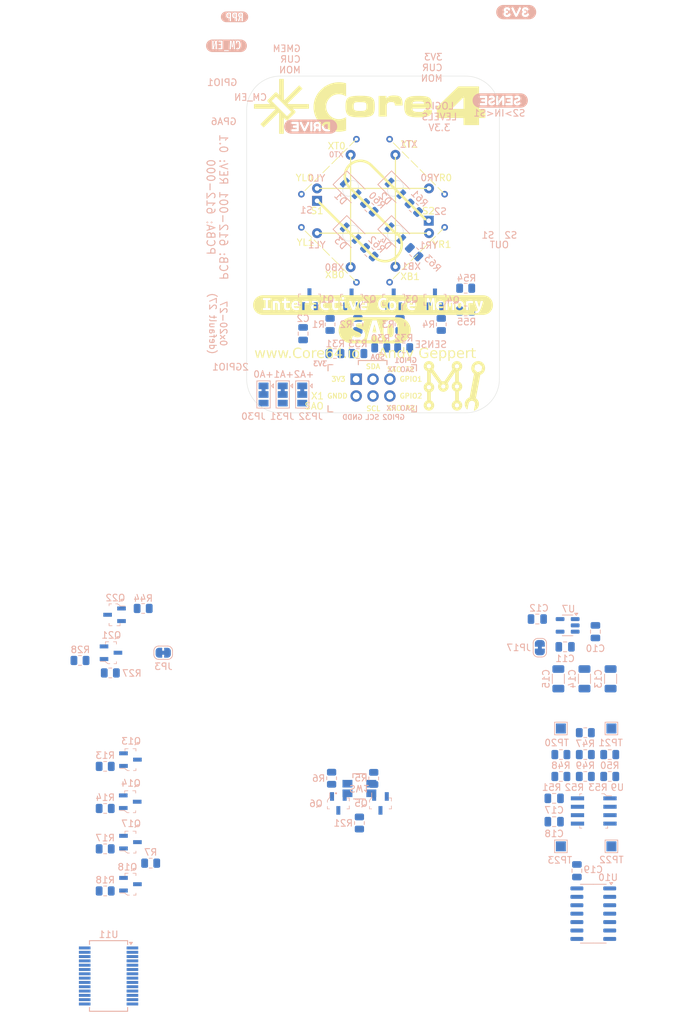
<source format=kicad_pcb>
(kicad_pcb (version 20240108) (generator "pcbnew") (generator_version "8.0")
  (title_block (title "Core4 SAO - PCB Layout") (date "2024-08-21") (rev "0.1") (company "Andy Geppert - Machine Ideas, LLC"))
  (layers (0 "F.Cu" signal) (31 "B.Cu" signal) (34 "B.Paste" user) (35 "F.Paste" user) (36 "B.SilkS" user "B.Silkscreen") (37 "F.SilkS" user "F.Silkscreen") (38 "B.Mask" user) (39 "F.Mask" user) (44 "Edge.Cuts" user))
  (net 0 "")
  (net 1 "VIN")
  (net 2 "/CM_SENSE_1_IN")
  (net 3 "/CM_SENSE_2_IN")
  (net 4 "GND")
  (net 5 "Net-(D1-A)")
  (net 6 "Net-(D2-A)")
  (net 7 "3V3")
  (net 8 "Net-(Q22-S)")
  (net 9 "Net-(JP3-A)")
  (net 10 "GMEM")
  (net 11 "Net-(D3-A)")
  (net 12 "/XB1")
  (net 13 "/GPIO2")
  (net 14 "/CMDQ-7P")
  (net 15 "Net-(CM1-XT0)")
  (net 16 "/CM_SNS_RST")
  (net 17 "/CMDQ-7N")
  (net 18 "/YL1")
  (net 19 "/CA_SENSE_1_OUT")
  (net 20 "/CA_SENSE_2_OUT")
  (net 21 "/CMDQ-9P")
  (net 22 "Net-(U10-Pad1)")
  (net 23 "Net-(U10-Pad12)")
  (net 24 "Net-(U10-Pad13)")
  (net 25 "Net-(JP30-C)")
  (net 26 "Net-(U7-BP)")
  (net 27 "Net-(U9B--)")
  (net 28 "/GPIO1")
  (net 29 "Net-(D4-A)")
  (net 30 "Net-(Q1-B)")
  (net 31 "Net-(Q2-B)")
  (net 32 "Net-(Q3-B)")
  (net 33 "Net-(Q4-B)")
  (net 34 "Net-(Q5-B)")
  (net 35 "Net-(Q6-B)")
  (net 36 "Net-(Q13-B)")
  (net 37 "Net-(Q14-B)")
  (net 38 "Net-(Q17-B)")
  (net 39 "Net-(Q18-B)")
  (net 40 "/I2C_SDA")
  (net 41 "Net-(U9A--)")
  (net 42 "/LED_1")
  (net 43 "/CM_EN")
  (net 44 "/I2C_SCL")
  (net 45 "/LED_4")
  (net 46 "/LED_3")
  (net 47 "/LED_2")
  (net 48 "/CMDQ-9N")
  (net 49 "Net-(JP31-C)")
  (net 50 "/XB0")
  (net 51 "Net-(JP32-C)")
  (net 52 "/YL0")
  (net 53 "Net-(Q21-G)")
  (net 55 "/XT0,1")
  (net 57 "Net-(Q22-G)")
  (net 58 "/SCL")
  (net 59 "/SDA")
  (net 61 "Net-(CM1-YR0)")
  (net 63 "/CMDQ-1P")
  (net 64 "/CMDQ-1N")
  (net 65 "/CMDQ-2P")
  (net 66 "/CMDQ-2N")
  (net 67 "/CMDQ-3P")
  (net 68 "/CMDQ-3N")
  (net 73 "Net-(Q17-C)")
  (net 74 "/3V3_LDO")
  (footprint "Andy_Footprint_Library:Badgelife-SAOv169-BADGE-2x3" (layer "F.Cu") (at 107.5182 152.5156)
    (property "Reference" "X1" (at -8.382 1.27 0) (layer "F.SilkS"))
    (property "Value" "SAO_conn_SFH11-NBPC-D03-ST-BK")
    (fp_text user "SCL" (at -0.1012 4.4704 0) (layer "B.SilkS") (effects (font (size 0.75 0.75)) (justify mirror)))
    (fp_text user "3V3" (at -7.9756 -3.6068 0) (layer "B.SilkS") (effects (font (size 0.75 0.75)) (justify mirror)))
    (fp_text user "GPIO1" (at 4.9276 -4.1148 0) (layer "B.SilkS") (effects (font (size 0.75 0.75)) (justify mirror)))
    (fp_text user "SDA" (at 0.7112 -4.6228 0) (layer "B.SilkS") (effects (font (size 0.75 0.75)) (justify mirror)))
    (fp_text user "GNDD" (at -3.1012 4.4704 0) (layer "B.SilkS") (effects (font (size 0.75 0.75)) (justify mirror)))
    (fp_text user "GPIO2" (at 3.0988 4.4704 0) (layer "B.SilkS") (effects (font (size 0.75 0.75)) (justify mirror)))
    (fp_text user "SDA" (at 0 -3.175 0) (layer "F.SilkS") (effects (font (size 0.75 0.75))))
    (fp_text user "GPIO1" (at 5.715 -1.27 0) (layer "F.SilkS") (effects (font (size 0.75 0.75))))
    (fp_text user "GPIO2" (at 5.715 1.27 0) (layer "F.SilkS") (effects (font (size 0.75 0.75))))
    (fp_text user "3V3" (at -6.35 -1.27 0) (layer "F.SilkS") (effects (font (size 0.75 0.75)) (justify left)))
    (fp_text user "SAO" (at -8.89 2.794 0) (layer "F.SilkS"))
    (fp_text user "GNDD" (at -6.985 1.27 0) (layer "F.SilkS") (effects (font (size 0.75 0.75)) (justify left)))
    (fp_text user "SCL" (at 0.0508 3.175 0) (layer "F.SilkS") (effects (font (size 0.75 0.75))))
    (pad "1" thru_hole rect (at -2.54 -1.27 270) (size 1.7272 1.7272) (drill 1.016) (layers "*.Cu" "*.Mask") (net 1 "VIN"))
    (pad "2" thru_hole circle (at -2.54 1.27 270) (size 1.7272 1.7272) (drill 1.016) (layers "*.Cu" "*.Mask") (net 4 "GND"))
    (pad "3" thru_hole oval (at 0 -1.27 270) (size 1.7272 1.7272) (drill 1.016) (layers "*.Cu" "*.Mask") (net 59 "/SDA"))
    (pad "4" thru_hole oval (at 0 1.27 270) (size 1.7272 1.7272) (drill 1.016) (layers "*.Cu" "*.Mask") (net 58 "/SCL"))
    (pad "5" thru_hole circle (at 2.54 -1.27 270) (size 1.7272 1.7272) (drill 1.016) (layers "*.Cu" "*.Mask") (net 28 "/GPIO1"))
    (pad "6" thru_hole circle (at 2.54 1.27 270) (size 1.7272 1.7272) (drill 1.016) (layers "*.Cu" "*.Mask") (net 13 "/GPIO2"))
  )
  (footprint "Andy_Footprint_Library:core_4_6.75mm_square_front_facing" (layer "F.Cu") (at 107.5182 125.8456)
    (property "Reference" "CM1" (hide yes))
    (property "Value" "Core_Memory_2x2_Matrix_Front_Facing")
    (fp_text user "XT0" (at -5.55 -8.475 180) (layer "B.SilkS") (effects (font (size 0.8128 0.8128) (thickness 0.127) (bold yes)) (justify mirror)))
    (fp_text user "YR1" (at 8.35 5.225 180) (layer "B.SilkS") (effects (justify mirror)))
    (fp_text user "XT1" (at 5.3594 -10.033 180) (layer "B.SilkS") (effects (justify mirror)))
    (fp_text user "S1" (at -10.0584 -0.1016 180) (layer "B.SilkS") (effects (justify mirror)))
    (fp_text user "S2" (at 10.16 0.1016 180) (layer "B.SilkS") (effects (justify mirror)))
    (fp_text user "YR0" (at 8.575 -4.975 180) (layer "B.SilkS") (effects (justify mirror)))
    (fp_text user "XB1" (at 5.75 8.39 180) (layer "B.SilkS") (effects (justify mirror)))
    (fp_text user "YL0" (at -8.525 -4.925 180) (layer "B.SilkS") (effects (justify mirror)))
    (fp_text user "XB0" (at -5.825 8.55 180) (layer "B.SilkS") (effects (justify mirror)))
    (fp_text user "YL1" (at -8.475 5.15 180) (layer "B.SilkS") (effects (justify mirror)))
    (fp_text user "S1" (at -8.425 0 0) (layer "F.SilkS"))
    (fp_text user "YL0" (at -10.3378 -4.9784 0) (layer "F.SilkS"))
    (fp_text user "XT1" (at 5.4864 -10.033 0) (layer "F.SilkS"))
    (fp_text user "YL1" (at -10.1854 4.7752 0) (layer "F.SilkS"))
    (fp_text user "XB0" (at -5.7658 9.652 0) (layer "F.SilkS"))
    (fp_text user "S2" (at 8.35 0.025 0) (layer "F.SilkS"))
    (fp_text user "XB1" (at 5.588 9.9314 0) (layer "F.SilkS"))
    (fp_text user "YR1" (at 10.3886 5.08 0) (layer "F.SilkS"))
    (fp_text user "YR0" (at 10.4902 -4.9784 0) (layer "F.SilkS"))
    (fp_text user "XT0" (at -5.4864 -9.779 0) (layer "F.SilkS"))
    (pad "" thru_hole circle (at -10.8 -2.5 90) (size 1 1) (drill 0.5) (layers "*.Cu" "*.Mask"))
    (pad "" thru_hole circle (at -10.8 2.5 90) (size 1 1) (drill 0.5) (layers "*.Cu" "*.Mask"))
    (pad "" thru_hole circle (at -2.5 -10.8) (size 1 1) (drill 0.5) (layers "*.Cu" "*.Mask"))
    (pad "" thru_hole circle (at -2.5 10.8) (size 1 1) (drill 0.5) (layers "*.Cu" "*.Mask"))
    (pad "" thru_hole circle (at 2.5 -10.8) (size 1 1) (drill 0.5) (layers "*.Cu" "*.Mask"))
    (pad "" thru_hole circle (at 2.5 10.78) (size 1 1) (drill 0.5) (layers "*.Cu" "*.Mask"))
    (pad "" thru_hole circle (at 10.8 -2.5 270) (size 1 1) (drill 0.5) (layers "*.Cu" "*.Mask"))
    (pad "" thru_hole circle (at 10.8 2.5 270) (size 1 1) (drill 0.5) (layers "*.Cu" "*.Mask"))
    (pad "1" thru_hole circle (at -3.375 -8.4375 180) (size 1.5 1.5) (drill 0.7) (layers "*.Cu" "*.Mask") (net 15 "Net-(CM1-XT0)"))
    (pad "2" thru_hole circle (at 3.375 -8.4375 180) (size 1.5 1.5) (drill 0.7) (layers "*.Cu" "*.Mask") (net 15 "Net-(CM1-XT0)"))
    (pad "3" thru_hole circle (at 8.4375 -3.375 180) (size 1.5 1.5) (drill 0.7) (layers "*.Cu" "*.Mask") (net 61 "Net-(CM1-YR0)"))
    (pad "4" thru_hole circle (at 8.4375 3.375 180) (size 1.5 1.5) (drill 0.7) (layers "*.Cu" "*.Mask") (net 61 "Net-(CM1-YR0)"))
    (pad "5" thru_hole circle (at 3.375 8.4375 180) (size 1.5 1.5) (drill 0.7) (layers "*.Cu" "*.Mask") (net 12 "/XB1"))
    (pad "6" thru_hole circle (at -3.375 8.5 180) (size 1.5 1.5) (drill 0.7) (layers "*.Cu" "*.Mask") (net 50 "/XB0"))
    (pad "7" thru_hole rect (at -8.4375 -1.5) (size 1.5 1.5) (drill 0.7) (layers "*.Cu" "*.Mask") (net 2 "/CM_SENSE_1_IN"))
    (pad "8" thru_hole rect (at 8.4 1.5) (size 1.5 1.5) (drill 0.7) (layers "*.Cu" "*.Mask") (net 3 "/CM_SENSE_2_IN"))
    (pad "9" thru_hole circle (at -8.4375 3.375 180) (size 1.5 1.5) (drill 0.7) (layers "*.Cu" "*.Mask") (net 18 "/YL1"))
    (pad "10" thru_hole circle (at -8.4375 -3.375 180) (size 1.5 1.5) (drill 0.7) (layers "*.Cu" "*.Mask") (net 52 "/YL0"))
  )
  (footprint "kibuzzard-66D35F07" (layer "F.Cu") (at 107.7722 143.8796)
    (property "Reference" "kibuzzard-66D35F07" (hide yes))
    (property "Value" "G***" (hide yes))
  )
  (footprint "Andy_Footprint_Library:Machine_Ideas_logo" (layer "F.Cu") (at 120.2182 152.5156)
    (property "Reference" "L2" (hide yes))
    (property "Value" "~" (hide yes))
  )
  (footprint "kibuzzard-66D35F61" (layer "F.Cu") (at 107.5182 140.0696)
    (property "Reference" "kibuzzard-66D35F61" (hide yes))
    (property "Value" "G***" (hide yes))
  )
  (footprint "Andy_Footprint_Library:Core4_w_core_symbol" (layer "F.Cu") (at 113.276212 110.0976)
    (property "Reference" "L1" (hide yes))
    (property "Value" "~" (hide yes))
  )
  (footprint "Resistor_SMD:R_0805_2012Metric" (layer "B.Cu") (at 111.5822 142.9906 -90)
    (property "Reference" "R3" (at 0 1.778 180) (layer "B.SilkS") (effects (justify mirror)))
    (property "Value" "470")
    (pad "1" smd roundrect (at -0.9125 0 270) (size 1.025 1.4) (layers "B.Cu" "B.Paste" "B.Mask") (roundrect_rratio 0.243902) (net 32 "Net-(Q3-B)"))
    (pad "2" smd roundrect (at 0.9125 0 270) (size 1.025 1.4) (layers "B.Cu" "B.Paste" "B.Mask") (roundrect_rratio 0.243902) (net 65 "/CMDQ-2P"))
  )
  (footprint "Resistor_SMD:R_0805_2012Metric" (layer "B.Cu") (at 112.141 146.5212 180)
    (property "Reference" "R32" (at 0 1.4732 180) (layer "B.SilkS") (effects (justify mirror)))
    (property "Value" "0")
    (pad "1" smd roundrect (at -0.9125 0 180) (size 1.025 1.4) (layers "B.Cu" "B.Paste" "B.Mask") (roundrect_rratio 0.243902) (net 58 "/SCL"))
    (pad "2" smd roundrect (at 0.9125 0 180) (size 1.025 1.4) (layers "B.Cu" "B.Paste" "B.Mask") (roundrect_rratio 0.243902) (net 44 "/I2C_SCL"))
  )
  (footprint "Capacitor_SMD:C_0805_2012Metric" (layer "B.Cu") (at 138.2577 225.4136 90)
    (property "Reference" "C19" (at 0.1778 2.4638 180) (layer "B.SilkS") (effects (justify mirror)))
    (property "Value" "0.1uF")
    (pad "1" smd roundrect (at -0.95 0 90) (size 1 1.45) (layers "B.Cu" "B.Paste" "B.Mask") (net 7 "3V3"))
    (pad "2" smd roundrect (at 0.95 0 90) (size 1 1.45) (layers "B.Cu" "B.Paste" "B.Mask") (net 4 "GND"))
  )
  (footprint "digikey-footprints:SOT-23-3" (layer "B.Cu") (at 102.289201 215.2566 -90)
    (property "Reference" "Q6" (at 0.025 3.375 180) (layer "B.SilkS") (effects (justify mirror)))
    (property "Value" "MMBT4401LT1G")
    (pad "1" smd rect (at -1.05 0.95 270) (size 1.3 0.6) (layers "B.Cu" "B.Paste" "B.Mask") (net 35 "Net-(Q6-B)"))
    (pad "2" smd rect (at -1.05 -0.95 270) (size 1.3 0.6) (layers "B.Cu" "B.Paste" "B.Mask") (net 10 "GMEM"))
    (pad "3" smd rect (at 1.05 0 270) (size 1.3 0.6) (layers "B.Cu" "B.Paste" "B.Mask") (net 55 "/XT0,1"))
  )
  (footprint "Capacitor_SMD:C_0805_2012Metric" (layer "B.Cu") (at 134.8287 218.0096 180)
    (property "Reference" "C18" (at 0 -1.816 180) (layer "B.SilkS") (effects (justify mirror)))
    (property "Value" "10uF")
    (pad "1" smd roundrect (at -0.95 0 180) (size 1 1.45) (layers "B.Cu" "B.Paste" "B.Mask") (net 7 "3V3"))
    (pad "2" smd roundrect (at 0.95 0 180) (size 1 1.45) (layers "B.Cu" "B.Paste" "B.Mask") (net 4 "GND"))
  )
  (footprint "Andy_Footprint_Library:SMD4_SW_EVQP7J_PAN" (layer "B.Cu") (at 105.464201 213.0046)
    (property "Reference" "SW1" (at 0 0 180) (layer "B.SilkS") (effects (justify mirror)))
    (property "Value" "Button Edge EVQ-P7J01P")
    (pad "1" smd rect (at -1.799999 0.725) (size 1.4986 1.143) (layers "B.Cu" "B.Paste" "B.Mask"))
    (pad "2" smd rect (at -1.799999 -0.725) (size 1.4986 1.143) (layers "B.Cu" "B.Paste" "B.Mask"))
    (pad "3" smd rect (at 1.799999 -0.725) (size 1.4986 1.143) (layers "B.Cu" "B.Paste" "B.Mask"))
    (pad "4" smd rect (at 1.799999 0.725) (size 1.4986 1.143) (layers "B.Cu" "B.Paste" "B.Mask"))
  )
  (footprint "Resistor_SMD:R_0805_2012Metric" (layer "B.Cu") (at 101.0412 142.9906 -90)
    (property "Reference" "R1" (at 0 1.778 180) (layer "B.SilkS") (effects (justify mirror)))
    (property "Value" "470")
    (pad "1" smd roundrect (at -0.9125 0 270) (size 1.025 1.4) (layers "B.Cu" "B.Paste" "B.Mask") (roundrect_rratio 0.243902) (net 30 "Net-(Q1-B)"))
    (pad "2" smd roundrect (at 0.9125 0 270) (size 1.025 1.4) (layers "B.Cu" "B.Paste" "B.Mask") (roundrect_rratio 0.243902) (net 63 "/CMDQ-1P"))
  )
  (footprint "digikey-footprints:SOT-23-3" (layer "B.Cu") (at 70.9422 208.6496)
    (property "Reference" "Q13" (at 0.1016 -2.794 0) (layer "B.SilkS") (effects (justify mirror)))
    (property "Value" "MMBT4403LT1G")
    (pad "1" smd rect (at -1.05 0.95) (size 1.3 0.6) (layers "B.Cu" "B.Paste" "B.Mask") (net 36 "Net-(Q13-B)"))
    (pad "2" smd rect (at -1.05 -0.95) (size 1.3 0.6) (layers "B.Cu" "B.Paste" "B.Mask") (net 7 "3V3"))
    (pad "3" smd rect (at 1.05 0) (size 1.3 0.6) (layers "B.Cu" "B.Paste" "B.Mask") (net 52 "/YL0"))
  )
  (footprint "TestPoint:TestPoint_Pad_1.5x1.5mm" (layer "B.Cu") (at 135.8447 203.9506 180)
    (property "Reference" "TP20" (at 0.635 -2.159 0) (layer "B.SilkS") (effects (justify mirror)))
    (property "Value" "S1 IN")
    (pad "1" smd rect (at 0 0 180) (size 1.5 1.5) (layers "B.Cu" "B.Mask") (net 2 "/CM_SENSE_1_IN"))
  )
  (footprint "Andy_Footprint_Library:LED_1206_3216Metric_RevMnt_Hole1.8x2.4mm_custom" (layer "B.Cu") (at 110.8932 122.4706 -45)
    (property "Reference" "D2" (at 0 2.145 135) (layer "B.SilkS") (effects (justify mirror)))
    (property "Value" "LED")
    (fp_line (start -0.874999 -0.45) (end -0.874999 0.45) (stroke (width 0.05)) (layer "Edge.Cuts"))
    (fp_line (start 0.874999 -0.45) (end 0.874999 0.45) (stroke (width 0.05)) (layer "Edge.Cuts"))
    (fp_arc (start -0.874999 -0.45) (mid 0 -1.324999) (end 0.874999 -0.45) (stroke (width 0.05)) (layer "Edge.Cuts"))
    (fp_arc (start 0.874999 0.45) (mid 0 1.324999) (end -0.874999 0.45) (stroke (width 0.05)) (layer "Edge.Cuts"))
    (pad "1" smd roundrect (at -1.249999 0 315) (size 0.8 1.5) (layers "B.Cu" "B.Paste" "B.Mask") (roundrect_rratio 0.2) (net 4 "GND"))
    (pad "2" smd roundrect (at 1.249999 0 315) (size 0.8 1.5) (layers "B.Cu" "B.Paste" "B.Mask") (roundrect_rratio 0.2) (net 6 "Net-(D2-A)"))
  )
  (footprint "Resistor_SMD:R_0805_2012Metric" (layer "B.Cu") (at 105.2322 142.9906 -90)
    (property "Reference" "R2" (at 0 1.778 180) (layer "B.SilkS") (effects (justify mirror)))
    (property "Value" "470")
    (pad "1" smd roundrect (at -0.9125 0 270) (size 1.025 1.4) (layers "B.Cu" "B.Paste" "B.Mask") (roundrect_rratio 0.243902) (net 31 "Net-(Q2-B)"))
    (pad "2" smd roundrect (at 0.9125 0 270) (size 1.025 1.4) (layers "B.Cu" "B.Paste" "B.Mask") (roundrect_rratio 0.243902) (net 64 "/CMDQ-1N"))
  )
  (footprint "Jumper:SolderJumper-3_P1.3mm_Bridged12_Pad1.0x1.5mm" (layer "B.Cu") (at 93.8992 153.5616 -90)
    (property "Reference" "JP31" (at 3.302 0.097 180) (layer "B.SilkS") (effects (justify mirror)))
    (property "Value" "A1")
    (fp_poly (pts (xy -0.9 0.3) (xy -0.4 0.3) (xy -0.4 -0.3) (xy -0.9 -0.3)) (fill solid) (layer "B.Cu"))
    (pad "1" smd rect (at -1.3 0 270) (size 1 1.5) (layers "B.Cu" "B.Mask") (net 7 "3V3"))
    (pad "2" smd rect (at 0 0 270) (size 1 1.5) (layers "B.Cu" "B.Mask") (net 49 "Net-(JP31-C)"))
    (pad "3" smd rect (at 1.3 0 270) (size 1 1.5) (layers "B.Cu" "B.Mask") (net 4 "GND"))
  )
  (footprint "Capacitor_SMD:C_0805_2012Metric" (layer "B.Cu") (at 141.0517 189.3456 90)
    (property "Reference" "C10" (at -2.54 0 0) (layer "B.SilkS") (effects (justify mirror)))
    (property "Value" "1uF")
    (pad "1" smd roundrect (at -0.95 0 90) (size 1 1.45) (layers "B.Cu" "B.Paste" "B.Mask") (net 8 "Net-(Q22-S)"))
    (pad "2" smd roundrect (at 0.95 0 90) (size 1 1.45) (layers "B.Cu" "B.Paste" "B.Mask") (net 4 "GND"))
  )
  (footprint "TestPoint:TestPoint_Pad_1.5x1.5mm" (layer "B.Cu") (at 143.4647 203.9506 180)
    (property "Reference" "TP21" (at 0.127 -2.159 0) (layer "B.SilkS") (effects (justify mirror)))
    (property "Value" "S2 IN")
    (pad "1" smd rect (at 0 0 180) (size 1.5 1.5) (layers "B.Cu" "B.Mask") (net 3 "/CM_SENSE_2_IN"))
  )
  (footprint "Resistor_SMD:R_0805_2012Metric" (layer "B.Cu") (at 121.4882 137.5296)
    (property "Reference" "R54" (at 0.127 -1.524 0) (layer "B.SilkS") (effects (justify mirror)))
    (property "Value" "1K2")
    (pad "1" smd roundrect (at -0.9125 0) (size 1.025 1.4) (layers "B.Cu" "B.Paste" "B.Mask") (roundrect_rratio 0.243902) (net 7 "3V3"))
    (pad "2" smd roundrect (at 0.9125 0) (size 1.025 1.4) (layers "B.Cu" "B.Paste" "B.Mask") (roundrect_rratio 0.243902) (net 20 "/CA_SENSE_2_OUT"))
  )
  (footprint "digikey-footprints:SOT-23-3" (layer "B.Cu") (at 70.9422 227.4456)
    (property "Reference" "Q18" (at -0.4572 -2.5908 0) (layer "B.SilkS") (effects (justify mirror)))
    (property "Value" "MMBT4401LT1G")
    (pad "1" smd rect (at -1.05 0.95) (size 1.3 0.6) (layers "B.Cu" "B.Paste" "B.Mask") (net 39 "Net-(Q18-B)"))
    (pad "2" smd rect (at -1.05 -0.95) (size 1.3 0.6) (layers "B.Cu" "B.Paste" "B.Mask") (net 10 "GMEM"))
    (pad "3" smd rect (at 1.05 0) (size 1.3 0.6) (layers "B.Cu" "B.Paste" "B.Mask") (net 73 "Net-(Q17-C)"))
  )
  (footprint "Resistor_SMD:R_0805_2012Metric" (layer "B.Cu") (at 108.6866 146.5212)
    (property "Reference" "R30" (at -0.0254 -1.4478 0) (layer "B.SilkS") (effects (justify mirror)))
    (property "Value" "1K2")
    (pad "1" smd roundrect (at -0.9125 0) (size 1.025 1.4) (layers "B.Cu" "B.Paste" "B.Mask") (roundrect_rratio 0.243902) (net 7 "3V3"))
    (pad "2" smd roundrect (at 0.9125 0) (size 1.025 1.4) (layers "B.Cu" "B.Paste" "B.Mask") (roundrect_rratio 0.243902) (net 44 "/I2C_SCL"))
  )
  (footprint "digikey-footprints:SOT-23-3" (layer "B.Cu") (at 110.6322 139.2736 90)
    (property "Reference" "Q3" (at 0.093 2.728 180) (layer "B.SilkS") (effects (justify mirror)))
    (property "Value" "MMBT4403LT1G")
    (pad "1" smd rect (at -1.05 0.95 90) (size 1.3 0.6) (layers "B.Cu" "B.Paste" "B.Mask") (net 32 "Net-(Q3-B)"))
    (pad "2" smd rect (at -1.05 -0.95 90) (size 1.3 0.6) (layers "B.Cu" "B.Paste" "B.Mask") (net 7 "3V3"))
    (pad "3" smd rect (at 1.05 0 90) (size 1.3 0.6) (layers "B.Cu" "B.Paste" "B.Mask") (net 12 "/XB1"))
  )
  (footprint "Jumper:SolderJumper-2_P1.3mm_Bridged_RoundedPad1.0x1.5mm" (layer "B.Cu") (at 75.8802 192.5206)
    (property "Reference" "JP3" (at 0.0404 2.0828 0) (layer "B.SilkS") (effects (justify mirror)))
    (property "Value" "CORE_CURR_MON")
    (fp_poly (pts (xy 0.25 0.3) (xy -0.25 0.3) (xy -0.25 -0.3) (xy 0.25 -0.3)) (fill solid) (layer "B.Cu"))
    (pad "1" smd custom (at -0.65 0) (size 1 0.5) (layers "B.Cu" "B.Mask") (net 9 "Net-(JP3-A)") (options (clearance outline) (anchor rect)) (primitives (gr_circle (center 0 -0.25) (end 0.5 -0.25) (width 0) (fill yes)) (gr_circle (center 0 0.25) (end 0.5 0.25) (width 0) (fill yes)) (gr_poly (pts (xy 0.5 -0.75) (xy 0 -0.75) (xy 0 0.75) (xy 0.5 0.75)) (width 0) (fill yes))))
    (pad "2" smd custom (at 0.65 0) (size 1 0.5) (layers "B.Cu" "B.Mask") (net 10 "GMEM") (options (clearance outline) (anchor rect)) (primitives (gr_circle (center 0 -0.25) (end 0.5 -0.25) (width 0) (fill yes)) (gr_circle (center 0 0.25) (end 0.5 0.25) (width 0) (fill yes)) (gr_poly (pts (xy 0 -0.75) (xy -0.5 -0.75) (xy -0.5 0.75) (xy 0 0.75)) (width 0) (fill yes))))
  )
  (footprint "Capacitor_SMD:C_0805_2012Metric" (layer "B.Cu") (at 136.4797 191.6316)
    (property "Reference" "C11" (at 0 1.778 180) (layer "B.SilkS") (effects (justify mirror)))
    (property "Value" "0.01uF")
    (pad "1" smd roundrect (at -0.95 0) (size 1 1.45) (layers "B.Cu" "B.Paste" "B.Mask") (net 26 "Net-(U7-BP)"))
    (pad "2" smd roundrect (at 0.95 0) (size 1 1.45) (layers "B.Cu" "B.Paste" "B.Mask") (net 4 "GND"))
  )
  (footprint "Resistor_SMD:R_0805_2012Metric" (layer "B.Cu") (at 113.665 125.3884 135)
    (property "Reference" "R61" (at 0.395131 1.616446 135) (layer "B.SilkS") (effects (justify mirror)))
    (property "Value" "120")
    (pad "1" smd roundrect (at -0.9125 0 135) (size 1.025 1.4) (layers "B.Cu" "B.Paste" "B.Mask") (roundrect_rratio 0.243902) (net 47 "/LED_2"))
    (pad "2" smd roundrect (at 0.9125 0 135) (size 1.025 1.4) (layers "B.Cu" "B.Paste" "B.Mask") (roundrect_rratio 0.243902) (net 6 "Net-(D2-A)"))
  )
  (footprint "Andy_Footprint_Library:SOIC-8_W3.9mm" (layer "B.Cu") (at 140.7977 216.3966 -90)
    (property "Reference" "U9" (at -3.556 -3.556 0) (layer "B.SilkS") (effects (justify mirror)))
    (property "Value" "LM393")
    (pad "1" smd rect (at -1.905 -2.45 270) (size 0.6 2) (layers "B.Cu" "B.Paste" "B.Mask") (net 20 "/CA_SENSE_2_OUT"))
    (pad "2" smd rect (at -0.635 -2.45 270) (size 0.6 2) (layers "B.Cu" "B.Paste" "B.Mask") (net 41 "Net-(U9A--)"))
    (pad "3" smd rect (at 0.635 -2.45 270) (size 0.6 2) (layers "B.Cu" "B.Paste" "B.Mask") (net 3 "/CM_SENSE_2_IN"))
    (pad "4" smd rect (at 1.905 -2.45 270) (size 0.6 2) (layers "B.Cu" "B.Paste" "B.Mask") (net 4 "GND"))
    (pad "5" smd rect (at 1.905 2.45 270) (size 0.6 2) (layers "B.Cu" "B.Paste" "B.Mask") (net 2 "/CM_SENSE_1_IN"))
    (pad "6" smd rect (at 0.635 2.45 270) (size 0.6 2) (layers "B.Cu" "B.Paste" "B.Mask") (net 27 "Net-(U9B--)"))
    (pad "7" smd rect (at -0.635 2.45 270) (size 0.6 2) (layers "B.Cu" "B.Paste" "B.Mask") (net 19 "/CA_SENSE_1_OUT"))
    (pad "8" smd rect (at -1.905 2.45 270) (size 0.6 2) (layers "B.Cu" "B.Paste" "B.Mask") (net 7 "3V3"))
  )
  (footprint "Resistor_SMD:R_0805_2012Metric" (layer "B.Cu") (at 105.2322 147.3848)
    (property "Reference" "R33" (at 0 -1.4732 0) (layer "B.SilkS") (effects (justify mirror)))
    (property "Value" "0")
    (pad "1" smd roundrect (at -0.9125 0) (size 1.025 1.4) (layers "B.Cu" "B.Paste" "B.Mask") (roundrect_rratio 0.243902) (net 40 "/I2C_SDA"))
    (pad "2" smd roundrect (at 0.9125 0) (size 1.025 1.4) (layers "B.Cu" "B.Paste" "B.Mask") (roundrect_rratio 0.243902) (net 59 "/SDA"))
  )
  (footprint "Resistor_SMD:R_0805_2012Metric" (layer "B.Cu") (at 117.8052 142.9906 -90)
    (property "Reference" "R4" (at 0 1.905 180) (layer "B.SilkS") (effects (justify mirror)))
    (property "Value" "470")
    (pad "1" smd roundrect (at -0.9125 0 270) (size 1.025 1.4) (layers "B.Cu" "B.Paste" "B.Mask") (roundrect_rratio 0.243902) (net 33 "Net-(Q4-B)"))
    (pad "2" smd roundrect (at 0.9125 0 270) (size 1.025 1.4) (layers "B.Cu" "B.Paste" "B.Mask") (roundrect_rratio 0.243902) (net 66 "/CMDQ-2N"))
  )
  (footprint "digikey-footprints:SOT-23-3" (layer "B.Cu") (at 104.2822 139.2736 90)
    (property "Reference" "Q2" (at 0.093 2.728 180) (layer "B.SilkS") (effects (justify mirror)))
    (property "Value" "MMBT4401LT1G")
    (pad "1" smd rect (at -1.05 0.95 90) (size 1.3 0.6) (layers "B.Cu" "B.Paste" "B.Mask") (net 31 "Net-(Q2-B)"))
    (pad "2" smd rect (at -1.05 -0.95 90) (size 1.3 0.6) (layers "B.Cu" "B.Paste" "B.Mask") (net 10 "GMEM"))
    (pad "3" smd rect (at 1.05 0 90) (size 1.3 0.6) (layers "B.Cu" "B.Paste" "B.Mask") (net 50 "/XB0"))
  )
  (footprint "Resistor_SMD:R_0805_2012Metric" (layer "B.Cu") (at 73.9902 224.2706 180)
    (property "Reference" "R7" (at 0 1.65 0) (layer "B.SilkS") (effects (justify mirror)))
    (property "Value" "8R2-5%")
    (pad "1" smd roundrect (at -0.9125 0 180) (size 1.025 1.4) (layers "B.Cu" "B.Paste" "B.Mask") (roundrect_rratio 0.243902) (net 18 "/YL1"))
    (pad "2" smd roundrect (at 0.9125 0 180) (size 1.025 1.4) (layers "B.Cu" "B.Paste" "B.Mask") (roundrect_rratio 0.243902) (net 73 "Net-(Q17-C)"))
  )
  (footprint "Resistor_SMD:R_0805_2012Metric" (layer "B.Cu") (at 135.8447 211.1896)
    (property "Reference" "R51" (at -1.397 1.65 0) (layer "B.SilkS") (effects (justify mirror)))
    (property "Value" "1K8-1%")
    (pad "1" smd roundrect (at -0.9125 0) (size 1.025 1.4) (layers "B.Cu" "B.Paste" "B.Mask") (roundrect_rratio 0.243902) (net 7 "3V3"))
    (pad "2" smd roundrect (at 0.9125 0) (size 1.025 1.4) (layers "B.Cu" "B.Paste" "B.Mask") (roundrect_rratio 0.243902) (net 41 "Net-(U9A--)"))
  )
  (footprint "Package_TO_SOT_SMD:SOT-23-5" (layer "B.Cu") (at 136.8607 188.3956 180)
    (property "Reference" "U7" (at -0.1325 2.479 180) (layer "B.SilkS") (effects (justify mirror)))
    (property "Value" "SSP9193-33M5R")
    (pad "1" smd roundrect (at -1.1375 0.95 180) (size 1.325 0.6) (layers "B.Cu" "B.Paste" "B.Mask") (net 8 "Net-(Q22-S)"))
    (pad "2" smd roundrect (at -1.1375 0 180) (size 1.325 0.6) (layers "B.Cu" "B.Paste" "B.Mask") (net 4 "GND"))
    (pad "3" smd roundrect (at -1.1375 -0.95 180) (size 1.325 0.6) (layers "B.Cu" "B.Paste" "B.Mask") (net 8 "Net-(Q22-S)"))
    (pad "4" smd roundrect (at 1.1375 -0.95 180) (size 1.325 0.6) (layers "B.Cu" "B.Paste" "B.Mask") (net 26 "Net-(U7-BP)"))
    (pad "5" smd roundrect (at 1.1375 0.95 180) (size 1.325 0.6) (layers "B.Cu" "B.Paste" "B.Mask") (net 74 "/3V3_LDO"))
  )
  (footprint "Resistor_SMD:R_0805_2012Metric" (layer "B.Cu") (at 139.5277 211.1896)
    (property "Reference" "R52" (at -1.651 1.651 0) (layer "B.SilkS") (effects (justify mirror)))
    (property "Value" "11-1%")
    (pad "1" smd roundrect (at -0.9125 0) (size 1.025 1.4) (layers "B.Cu" "B.Paste" "B.Mask") (roundrect_rratio 0.243902) (net 41 "Net-(U9A--)"))
    (pad "2" smd roundrect (at 0.9125 0) (size 1.025 1.4) (layers "B.Cu" "B.Paste" "B.Mask") (roundrect_rratio 0.243902) (net 2 "/CM_SENSE_1_IN"))
  )
  (footprint "Package_SO:SOIC-14_3.9x8.7mm_P1.27mm" (layer "B.Cu") (at 140.7327 231.8906 180)
    (property "Reference" "U10" (at -2.224 5.461 180) (layer "B.SilkS") (effects (justify mirror)))
    (property "Value" "SN74HC02DR")
    (pad "1" smd roundrect (at -2.475 3.81 180) (size 1.95 0.6) (layers "B.Cu" "B.Paste" "B.Mask") (net 22 "Net-(U10-Pad1)"))
    (pad "2" smd roundrect (at -2.475 2.54 180) (size 1.95 0.6) (layers "B.Cu" "B.Paste" "B.Mask") (net 20 "/CA_SENSE_2_OUT"))
    (pad "3" smd roundrect (at -2.475 1.27 180) (size 1.95 0.6) (layers "B.Cu" "B.Paste" "B.Mask") (net 19 "/CA_SENSE_1_OUT"))
    (pad "4" smd roundrect (at -2.475 0 180) (size 1.95 0.6) (layers "B.Cu" "B.Paste" "B.Mask") (net 23 "Net-(U10-Pad12)"))
    (pad "5" smd roundrect (at -2.475 -1.27 180) (size 1.95 0.6) (layers "B.Cu" "B.Paste" "B.Mask") (net 22 "Net-(U10-Pad1)"))
    (pad "6" smd roundrect (at -2.475 -2.54 180) (size 1.95 0.6) (layers "B.Cu" "B.Paste" "B.Mask") (net 22 "Net-(U10-Pad1)"))
    (pad "7" smd roundrect (at -2.475 -3.81 180) (size 1.95 0.6) (layers "B.Cu" "B.Paste" "B.Mask") (net 4 "GND"))
    (pad "8" smd roundrect (at 2.475 -3.81 180) (size 1.95 0.6) (layers "B.Cu" "B.Paste" "B.Mask") (net 16 "/CM_SNS_RST"))
    (pad "9" smd roundrect (at 2.475 -2.54 180) (size 1.95 0.6) (layers "B.Cu" "B.Paste" "B.Mask") (net 24 "Net-(U10-Pad13)"))
    (pad "10" smd roundrect (at 2.475 -1.27 180) (size 1.95 0.6) (layers "B.Cu" "B.Paste" "B.Mask") (net 13 "/GPIO2"))
    (pad "11" smd roundrect (at 2.475 0 180) (size 1.95 0.6) (layers "B.Cu" "B.Paste" "B.Mask") (net 13 "/GPIO2"))
    (pad "12" smd roundrect (at 2.475 1.27 180) (size 1.95 0.6) (layers "B.Cu" "B.Paste" "B.Mask") (net 23 "Net-(U10-Pad12)"))
    (pad "13" smd roundrect (at 2.475 2.54 180) (size 1.95 0.6) (layers "B.Cu" "B.Paste" "B.Mask") (net 24 "Net-(U10-Pad13)"))
    (pad "14" smd roundrect (at 2.475 3.81 180) (size 1.95 0.6) (layers "B.Cu" "B.Paste" "B.Mask") (net 7 "3V3"))
  )
  (footprint "kibuzzard-66C5FD34" (layer "B.Cu") (at 85.4202 100.9536 180)
    (property "Reference" "kibuzzard-66C5FD34" (hide yes))
    (property "Value" "G***" (hide yes))
  )
  (footprint "digikey-footprints:SOT-23-3" (layer "B.Cu") (at 97.9322 139.2396 90)
    (property "Reference" "Q1" (at 0.059 2.728 180) (layer "B.SilkS") (effects (justify mirror)))
    (property "Value" "MMBT4403LT1G")
    (pad "1" smd rect (at -1.05 0.95 90) (size 1.3 0.6) (layers "B.Cu" "B.Paste" "B.Mask") (net 30 "Net-(Q1-B)"))
    (pad "2" smd rect (at -1.05 -0.95 90) (size 1.3 0.6) (layers "B.Cu" "B.Paste" "B.Mask") (net 7 "3V3"))
    (pad "3" smd rect (at 1.05 0 90) (size 1.3 0.6) (layers "B.Cu" "B.Paste" "B.Mask") (net 50 "/XB0"))
  )
  (footprint "Jumper:SolderJumper-3_P1.3mm_Bridged12_Pad1.0x1.5mm" (layer "B.Cu") (at 91.0082 153.5616 -90)
    (property "Reference" "JP30" (at 3.302 1.524 180) (layer "B.SilkS") (effects (justify mirror)))
    (property "Value" "A0")
    (fp_poly (pts (xy -0.9 0.3) (xy -0.4 0.3) (xy -0.4 -0.3) (xy -0.9 -0.3)) (fill solid) (layer "B.Cu"))
    (pad "1" smd rect (at -1.3 0 270) (size 1 1.5) (layers "B.Cu" "B.Mask") (net 7 "3V3"))
    (pad "2" smd rect (at 0 0 270) (size 1 1.5) (layers "B.Cu" "B.Mask") (net 25 "Net-(JP30-C)"))
    (pad "3" smd rect (at 1.3 0 270) (size 1 1.5) (layers "B.Cu" "B.Mask") (net 4 "GND"))
  )
  (footprint "Capacitor_SMD:C_0805_2012Metric" (layer "B.Cu") (at 134.8287 214.4916 180)
    (property "Reference" "C17" (at 0 -1.778 180) (layer "B.SilkS") (effects (justify mirror)))
    (property "Value" "0.1uF")
    (pad "1" smd roundrect (at -0.95 0 180) (size 1 1.45) (layers "B.Cu" "B.Paste" "B.Mask") (net 7 "3V3"))
    (pad "2" smd roundrect (at 0.95 0 180) (size 1 1.45) (layers "B.Cu" "B.Paste" "B.Mask") (net 4 "GND"))
  )
  (footprint "Resistor_SMD:R_0805_2012Metric" (layer "B.Cu") (at 143.2107 211.1896)
    (property "Reference" "R53" (at -1.778 1.65 0) (layer "B.SilkS") (effects (justify mirror)))
    (property "Value" "1K5-1%")
    (pad "1" smd roundrect (at -0.9125 0) (size 1.025 1.4) (layers "B.Cu" "B.Paste" "B.Mask") (roundrect_rratio 0.243902) (net 2 "/CM_SENSE_1_IN"))
    (pad "2" smd roundrect (at 0.9125 0) (size 1.025 1.4) (layers "B.Cu" "B.Paste" "B.Mask") (roundrect_rratio 0.243902) (net 4 "GND"))
  )
  (footprint "Resistor_SMD:R_0805_2012Metric" (layer "B.Cu") (at 106.9594 125.3376 135)
    (property "Reference" "R60" (at -0.071842 1.580525 135) (layer "B.SilkS") (effects (justify mirror)))
    (property "Value" "120")
    (pad "1" smd roundrect (at -0.9125 0 135) (size 1.025 1.4) (layers "B.Cu" "B.Paste" "B.Mask") (roundrect_rratio 0.243902) (net 42 "/LED_1"))
    (pad "2" smd roundrect (at 0.9125 0 135) (size 1.025 1.4) (layers "B.Cu" "B.Paste" "B.Mask") (roundrect_rratio 0.243902) (net 5 "Net-(D1-A)"))
  )
  (footprint "Andy_Footprint_Library:LED_1206_3216Metric_RevMnt_Hole1.8x2.4mm_custom" (layer "B.Cu") (at 104.1432 129.2206 -45)
    (property "Reference" "D3" (at 0 2.145 135) (layer "B.SilkS") (effects (justify mirror)))
    (property "Value" "LED")
    (fp_line (start -0.874999 -0.45) (end -0.874999 0.45) (stroke (width 0.05)) (layer "Edge.Cuts"))
    (fp_line (start 0.874999 -0.45) (end 0.874999 0.45) (stroke (width 0.05)) (layer "Edge.Cuts"))
    (fp_arc (start -0.874999 -0.45) (mid 0 -1.324999) (end 0.874999 -0.45) (stroke (width 0.05)) (layer "Edge.Cuts"))
    (fp_arc (start 0.874999 0.45) (mid 0 1.324999) (end -0.874999 0.45) (stroke (width 0.05)) (layer "Edge.Cuts"))
    (pad "1" smd roundrect (at -1.249999 0 315) (size 0.8 1.5) (layers "B.Cu" "B.Paste" "B.Mask") (roundrect_rratio 0.2) (net 4 "GND"))
    (pad "2" smd roundrect (at 1.249999 0 315) (size 0.8 1.5) (layers "B.Cu" "B.Paste" "B.Mask") (roundrect_rratio 0.2) (net 11 "Net-(D3-A)"))
  )
  (footprint "Resistor_SMD:R_0805_2012Metric" (layer "B.Cu") (at 101.7778 147.3848)
    (property "Reference" "R31" (at 0.0508 -1.4732 0) (layer "B.SilkS") (effects (justify mirror)))
    (property "Value" "1K2")
    (pad "1" smd roundrect (at -0.9125 0) (size 1.025 1.4) (layers "B.Cu" "B.Paste" "B.Mask") (roundrect_rratio 0.243902) (net 7 "3V3"))
    (pad "2" smd roundrect (at 0.9125 0) (size 1.025 1.4) (layers "B.Cu" "B.Paste" "B.Mask") (roundrect_rratio 0.243902) (net 40 "/I2C_SDA"))
  )
  (footprint "kibuzzard-66C5FD67" (layer "B.Cu") (at 86.6394 96.5848 180)
    (property "Reference" "kibuzzard-66C5FD67" (hide yes))
    (property "Value" "G***" (hide yes))
  )
  (footprint "kibuzzard-64178DE8" (layer "B.Cu") (at 126.6952 109.2086 180)
    (property "Reference" "kibuzzard-64178DE8" (hide yes))
    (property "Value" "G***" (hide yes))
  )
  (footprint "Resistor_SMD:R_0805_2012Metric" (layer "B.Cu") (at 67.9046 195.5686)
    (property "Reference" "R27" (at 3.2512 0.0508 0) (layer "B.SilkS") (effects (justify mirror)))
    (property "Value" "4K7")
    (pad "1" smd roundrect (at -0.9125 0) (size 1.025 1.4) (layers "B.Cu" "B.Paste" "B.Mask") (roundrect_rratio 0.243902) (net 4 "GND"))
    (pad "2" smd roundrect (at 0.9125 0) (size 1.025 1.4) (layers "B.Cu" "B.Paste" "B.Mask") (roundrect_rratio 0.243902) (net 53 "Net-(Q21-G)"))
  )
  (footprint "Resistor_SMD:R_0805_2012Metric" (layer "B.Cu") (at 106.9594 132.094 135)
    (property "Reference" "R62" (at 0.035921 1.616446 135) (layer "B.SilkS") (effects (justify mirror)))
    (property "Value" "120")
    (pad "1" smd roundrect (at -0.9125 0 135) (size 1.025 1.4) (layers "B.Cu" "B.Paste" "B.Mask") (roundrect_rratio 0.243902) (net 46 "/LED_3"))
    (pad "2" smd roundrect (at 0.9125 0 135) (size 1.025 1.4) (layers "B.Cu" "B.Paste" "B.Mask") (roundrect_rratio 0.243902) (net 11 "Net-(D3-A)"))
  )
  (footprint "Jumper:SolderJumper-3_P1.3mm_Bridged12_Pad1.0x1.5mm" (layer "B.Cu") (at 96.8502 153.5616 -90)
    (property "Reference" "JP32" (at 3.302 -1.27 180) (layer "B.SilkS") (effects (justify mirror)))
    (property "Value" "A2")
    (fp_poly (pts (xy -0.9 0.3) (xy -0.4 0.3) (xy -0.4 -0.3) (xy -0.9 -0.3)) (fill solid) (layer "B.Cu"))
    (pad "1" smd rect (at -1.3 0 270) (size 1 1.5) (layers "B.Cu" "B.Mask") (net 7 "3V3"))
    (pad "2" smd rect (at 0 0 270) (size 1 1.5) (layers "B.Cu" "B.Mask") (net 51 "Net-(JP32-C)"))
    (pad "3" smd rect (at 1.3 0 270) (size 1 1.5) (layers "B.Cu" "B.Mask") (net 4 "GND"))
  )
  (footprint "Resistor_SMD:R_0805_2012Metric" (layer "B.Cu") (at 143.2107 207.8876)
    (property "Reference" "R50" (at 0 1.65 0) (layer "B.SilkS") (effects (justify mirror)))
    (property "Value" "1K5-1%")
    (pad "1" smd roundrect (at -0.9125 0) (size 1.025 1.4) (layers "B.Cu" "B.Paste" "B.Mask") (roundrect_rratio 0.243902) (net 3 "/CM_SENSE_2_IN"))
    (pad "2" smd roundrect (at 0.9125 0) (size 1.025 1.4) (layers "B.Cu" "B.Paste" "B.Mask") (roundrect_rratio 0.243902) (net 4 "GND"))
  )
  (footprint "digikey-footprints:SOT-23-3" (layer "B.Cu") (at 70.9082 214.9996)
    (property "Reference" "Q14" (at 0.1016 -2.794 0) (layer "B.SilkS") (effects (justify mirror)))
    (property "Value" "MMBT4401LT1G")
    (pad "1" smd rect (at -1.05 0.95) (size 1.3 0.6) (layers "B.Cu" "B.Paste" "B.Mask") (net 37 "Net-(Q14-B)"))
    (pad "2" smd rect (at -1.05 -0.95) (size 1.3 0.6) (layers "B.Cu" "B.Paste" "B.Mask") (net 10 "GMEM"))
    (pad "3" smd rect (at 1.05 0) (size 1.3 0.6) (layers "B.Cu" "B.Paste" "B.Mask") (net 52 "/YL0"))
  )
  (footprint "Package_SO:SSOP-28_5.3x10.2mm_P0.65mm" (layer "B.Cu") (at 67.6402 241.2886 180)
    (property "Reference" "U11" (at 0 6.25 180) (layer "B.SilkS") (effects (justify mirror)))
    (property "Value" "MCP23017_SS")
    (pad "1" smd rect (at -3.6 4.225 180) (size 1.75 0.45) (layers "B.Cu" "B.Paste" "B.Mask") (net 17 "/CMDQ-7N"))
    (pad "2" smd rect (at -3.6 3.575 180) (size 1.75 0.45) (layers "B.Cu" "B.Paste" "B.Mask") (net 14 "/CMDQ-7P"))
    (pad "3" smd rect (at -3.6 2.925 180) (size 1.75 0.45) (layers "B.Cu" "B.Paste" "B.Mask") (net 42 "/LED_1"))
    (pad "4" smd rect (at -3.6 2.275 180) (size 1.75 0.45) (layers "B.Cu" "B.Paste" "B.Mask") (net 47 "/LED_2"))
    (pad "5" smd rect (at -3.6 1.625 180) (size 1.75 0.45) (layers "B.Cu" "B.Paste" "B.Mask") (net 46 "/LED_3"))
    (pad "6" smd rect (at -3.6 0.975 180) (size 1.75 0.45) (layers "B.Cu" "B.Paste" "B.Mask") (net 45 "/LED_4"))
    (pad "7" smd rect (at -3.6 0.325 180) (size 1.75 0.45) (layers "B.Cu" "B.Paste" "B.Mask") (net 48 "/CMDQ-9N"))
    (pad "8" smd rect (at -3.6 -0.325 180) (size 1.75 0.45) (layers "B.Cu" "B.Paste" "B.Mask") (net 21 "/CMDQ-9P"))
    (pad "9" smd rect (at -3.6 -0.975 180) (size 1.75 0.45) (layers "B.Cu" "B.Paste" "B.Mask") (net 7 "3V3"))
    (pad "10" smd rect (at -3.6 -1.625 180) (size 1.75 0.45) (layers "B.Cu" "B.Paste" "B.Mask") (net 4 "GND"))
    (pad "11" smd rect (at -3.6 -2.275 180) (size 1.75 0.45) (layers "B.Cu" "B.Paste" "B.Mask"))
    (pad "12" smd rect (at -3.6 -2.925 180) (size 1.75 0.45) (layers "B.Cu" "B.Paste" "B.Mask") (net 44 "/I2C_SCL"))
    (pad "13" smd rect (at -3.6 -3.575 180) (size 1.75 0.45) (layers "B.Cu" "B.Paste" "B.Mask") (net 40 "/I2C_SDA"))
    (pad "14" smd rect (at -3.6 -4.225 180) (size 1.75 0.45) (layers "B.Cu" "B.Paste" "B.Mask"))
    (pad "15" smd rect (at 3.6 -4.225 180) (size 1.75 0.45) (layers "B.Cu" "B.Paste" "B.Mask") (net 25 "Net-(JP30-C)"))
    (pad "16" smd rect (at 3.6 -3.575 180) (size 1.75 0.45) (layers "B.Cu" "B.Paste" "B.Mask") (net 49 "Net-(JP31-C)"))
    (pad "17" smd rect (at 3.6 -2.925 180) (size 1.75 0.45) (layers "B.Cu" "B.Paste" "B.Mask") (net 51 "Net-(JP32-C)"))
    (pad "18" smd rect (at 3.6 -2.275 180) (size 1.75 0.45) (layers "B.Cu" "B.Paste" "B.Mask") (net 7 "3V3"))
    (pad "19" smd rect (at 3.6 -1.625 180) (size 1.75 0.45) (layers "B.Cu" "B.Paste" "B.Mask"))
    (pad "20" smd rect (at 3.6 -0.975 180) (size 1.75 0.45) (layers "B.Cu" "B.Paste" "B.Mask"))
    (pad "21" smd rect (at 3.6 -0.325 180) (size 1.75 0.45) (layers "B.Cu" "B.Paste" "B.Mask") (net 64 "/CMDQ-1N"))
    (pad "22" smd rect (at 3.6 0.325 180) (size 1.75 0.45) (layers "B.Cu" "B.Paste" "B.Mask") (net 63 "/CMDQ-1P"))
    (pad "23" smd rect (at 3.6 0.975 180) (size 1.75 0.45) (layers "B.Cu" "B.Paste" "B.Mask") (net 66 "/CMDQ-2N"))
    (pad "24" smd rect (at 3.6 1.625 180) (size 1.75 0.45) (layers "B.Cu" "B.Paste" "B.Mask") (net 65 "/CMDQ-2P"))
    (pad "25" smd rect (at 3.6 2.275 180) (size 1.75 0.45) (layers "B.Cu" "B.Paste" "B.Mask") (net 68 "/CMDQ-3N"))
    (pad "26" smd rect (at 3.6 2.925 180) (size 1.75 0.45) (layers "B.Cu" "B.Paste" "B.Mask") (net 67 "/CMDQ-3P"))
    (pad "27" smd rect (at 3.6 3.575 180) (size 1.75 0.45) (layers "B.Cu" "B.Paste" "B.Mask") (net 43 "/CM_EN"))
    (pad "28" smd rect (at 3.6 4.225 180) (size 1.75 0.45) (layers "B.Cu" "B.Paste" "B.Mask") (net 16 "/CM_SNS_RST"))
  )
  (footprint "Capacitor_SMD:C_0805_2012Metric" (layer "B.Cu") (at 96.9772 144.3876 -90)
    (property "Reference" "C2" (at -2.286 0 180) (layer "B.SilkS") (effects (justify mirror)))
    (property "Value" "0.1uF")
    (pad "1" smd roundrect (at -0.95 0 270) (size 1 1.45) (layers "B.Cu" "B.Paste" "B.Mask") (net 7 "3V3"))
    (pad "2" smd roundrect (at 0.95 0 270) (size 1 1.45) (layers "B.Cu" "B.Paste" "B.Mask") (net 4 "GND"))
  )
  (footprint "Resistor_SMD:R_0805_2012Metric" (layer "B.Cu") (at 135.8447 207.8876)
    (property "Reference" "R48" (at 0 1.65 0) (layer "B.SilkS") (effects (justify mirror)))
    (property "Value" "1K8-1%")
    (pad "1" smd roundrect (at -0.9125 0) (size 1.025 1.4) (layers "B.Cu" "B.Paste" "B.Mask") (roundrect_rratio 0.243902) (net 7 "3V3"))
    (pad "2" smd roundrect (at 0.9125 0) (size 1.025 1.4) (layers "B.Cu" "B.Paste" "B.Mask") (roundrect_rratio 0.243902) (net 27 "Net-(U9B--)"))
  )
  (footprint "Resistor_SMD:R_0805_2012Metric" (layer "B.Cu") (at 107.623201 211.4806 90)
    (property "Reference" "R5" (at 0.0508 -1.905 180) (layer "B.SilkS") (effects (justify mirror)))
    (property "Value" "470")
    (pad "1" smd roundrect (at -0.9125 0 90) (size 1.025 1.4) (layers "B.Cu" "B.Paste" "B.Mask") (roundrect_rratio 0.243902) (net 34 "Net-(Q5-B)"))
    (pad "2" smd roundrect (at 0.9125 0 90) (size 1.025 1.4) (layers "B.Cu" "B.Paste" "B.Mask") (roundrect_rratio 0.243902) (net 67 "/CMDQ-3P"))
  )
  (footprint "Capacitor_SMD:C_1206_3216Metric" (layer "B.Cu") (at 135.4637 196.4576 -90)
    (property "Reference" "C15" (at 0 1.85 90) (layer "B.SilkS") (effects (justify mirror)))
    (property "Value" "220uF")
    (pad "1" smd roundrect (at -1.475 0 270) (size 1.15 1.8) (layers "B.Cu" "B.Paste" "B.Mask") (roundrect_rratio 0.217391) (net 7 "3V3"))
    (pad "2" smd roundrect (at 1.475 0 270) (size 1.15 1.8) (layers "B.Cu" "B.Paste" "B.Mask") (roundrect_rratio 0.217391) (net 4 "GND"))
  )
  (footprint "digikey-footprints:SOT-23-3" (layer "B.Cu") (at 116.8552 139.2736 90)
    (property "Reference" "Q4" (at -0.034 2.728 180) (layer "B.SilkS") (effects (justify mirror)))
    (property "Value" "MMBT4401LT1G")
    (pad "1" smd rect (at -1.05 0.95 90) (size 1.3 0.6) (layers "B.Cu" "B.Paste" "B.Mask") (net 33 "Net-(Q4-B)"))
    (pad "2" smd rect (at -1.05 -0.95 90) (size 1.3 0.6) (layers "B.Cu" "B.Paste" "B.Mask") (net 10 "GMEM"))
    (pad "3" smd rect (at 1.05 0 90) (size 1.3 0.6) (layers "B.Cu" "B.Paste" "B.Mask") (net 12 "/XB1"))
  )
  (footprint "TestPoint:TestPoint_Pad_1.5x1.5mm" (layer "B.Cu") (at 143.4647 221.7306 180)
    (property "Reference" "TP22" (at 0 -2.032 0) (layer "B.SilkS") (effects (justify mirror)))
    (property "Value" "S2 OUT")
    (pad "1" smd rect (at 0 0 180) (size 1.5 1.5) (layers "B.Cu" "B.Mask") (net 20 "/CA_SENSE_2_OUT"))
  )
  (footprint "Resistor_SMD:R_0805_2012Metric" (layer "B.Cu") (at 113.7158 132.094 135)
    (property "Reference" "R63" (at -3.16105 0.790263 135) (layer "B.SilkS") (effects (justify mirror)))
    (property "Value" "120")
    (pad "1" smd roundrect (at -0.9125 0 135) (size 1.025 1.4) (layers "B.Cu" "B.Paste" "B.Mask") (roundrect_rratio 0.243902) (net 45 "/LED_4"))
    (pad "2" smd roundrect (at 0.9125 0 135) (size 1.025 1.4) (layers "B.Cu" "B.Paste" "B.Mask") (roundrect_rratio 0.243902) (net 29 "Net-(D4-A)"))
  )
  (footprint "Resistor_SMD:R_0805_2012Metric" (layer "B.Cu") (at 105.464201 218.2116 -90)
    (property "Reference" "R21" (at 0.0254 2.4384 180) (layer "B.SilkS") (effects (justify mirror)))
    (property "Value" "8R2-5%")
    (pad "1" smd roundrect (at -0.9125 0 270) (size 1.025 1.4) (layers "B.Cu" "B.Paste" "B.Mask") (roundrect_rratio 0.243902) (net 55 "/XT0,1"))
    (pad "2" smd roundrect (at 0.9125 0 270) (size 1.025 1.4) (layers "B.Cu" "B.Paste" "B.Mask") (roundrect_rratio 0.243902) (net 15 "Net-(CM1-XT0)"))
  )
  (footprint "Andy_Footprint_Library:LED_1206_3216Metric_RevMnt_Hole1.8x2.4mm_custom" (layer "B.Cu") (at 110.8932 129.2206 -45)
    (property "Reference" "D4" (at 0 2.145 135) (layer "B.SilkS") (effects (justify mirror)))
    (property "Value" "LED")
    (fp_line (start -0.874999 -0.45) (end -0.874999 0.45) (stroke (width 0.05)) (layer "Edge.Cuts"))
    (fp_line (start 0.874999 -0.45) (end 0.874999 0.45) (stroke (width 0.05)) (layer "Edge.Cuts"))
    (fp_arc (start -0.874999 -0.45) (mid 0 -1.324999) (end 0.874999 -0.45) (stroke (width 0.05)) (layer "Edge.Cuts"))
    (fp_arc (start 0.874999 0.45) (mid 0 1.324999) (end -0.874999 0.45) (stroke (width 0.05)) (layer "Edge.Cuts"))
    (pad "1" smd roundrect (at -1.249999 0 315) (size 0.8 1.5) (layers "B.Cu" "B.Paste" "B.Mask") (roundrect_rratio 0.2) (net 4 "GND"))
    (pad "2" smd roundrect (at 1.249999 0 315) (size 0.8 1.5) (layers "B.Cu" "B.Paste" "B.Mask") (roundrect_rratio 0.2) (net 29 "Net-(D4-A)"))
  )
  (footprint "Resistor_SMD:R_0805_2012Metric" (layer "B.Cu") (at 72.8576 185.8404)
    (property "Reference" "R44" (at 0 -1.524 0) (layer "B.SilkS") (effects (justify mirror)))
    (property "Value" "4K7")
    (pad "1" smd roundrect (at -0.9125 0) (size 1.025 1.4) (layers "B.Cu" "B.Paste" "B.Mask") (roundrect_rratio 0.243902) (net 57 "Net-(Q22-G)"))
    (pad "2" smd roundrect (at 0.9125 0) (size 1.025 1.4) (layers "B.Cu" "B.Paste" "B.Mask") (roundrect_rratio 0.243902) (net 4 "GND"))
  )
  (footprint "Capacitor_SMD:C_0805_2012Metric" (layer "B.Cu") (at 132.2887 187.4406 180)
    (property "Reference" "C12" (at -0.254 1.651 180) (layer "B.SilkS") (effects (justify mirror)))
    (property "Value" "1uF")
    (pad "1" smd roundrect (at -0.95 0 180) (size 1 1.45) (layers "B.Cu" "B.Paste" "B.Mask") (net 74 "/3V3_LDO"))
    (pad "2" smd roundrect (at 0.95 0 180) (size 1 1.45) (layers "B.Cu" "B.Paste" "B.Mask") (net 4 "GND"))
  )
  (footprint "kibuzzard-64178DF4" (layer "B.Cu") (at 98.1202 113.1456 180)
    (property "Reference" "kibuzzard-64178DF4" (hide yes))
    (property "Value" "G***" (hide yes))
  )
  (footprint "Resistor_SMD:R_0805_2012Metric" (layer "B.Cu") (at 67.1322 209.6656 180)
    (property "Reference" "R13" (at 0 1.65 180) (layer "B.SilkS") (effects (justify mirror)))
    (property "Value" "470")
    (pad "1" smd roundrect (at -0.9125 0 180) (size 1.025 1.4) (layers "B.Cu" "B.Paste" "B.Mask") (roundrect_rratio 0.243902) (net 36 "Net-(Q13-B)"))
    (pad "2" smd roundrect (at 0.9125 0 180) (size 1.025 1.4) (layers "B.Cu" "B.Paste" "B.Mask") (roundrect_rratio 0.243902) (net 14 "/CMDQ-7P"))
  )
  (footprint "Resistor_SMD:R_0805_2012Metric" (layer "B.Cu") (at 101.273201 211.4571 90)
    (property "Reference" "R6" (at -0.0235 -1.9558 180) (layer "B.SilkS") (effects (justify mirror)))
    (property "Value" "470")
    (pad "1" smd roundrect (at -0.9125 0 90) (size 1.025 1.4) (layers "B.Cu" "B.Paste" "B.Mask") (roundrect_rratio 0.243902) (net 35 "Net-(Q6-B)"))
    (pad "2" smd roundrect (at 0.9125 0 90) (size 1.025 1.4) (layers "B.Cu" "B.Paste" "B.Mask") (roundrect_rratio 0.243902) (net 68 "/CMDQ-3N"))
  )
  (footprint "Resistor_SMD:R_0805_2012Metric" (layer "B.Cu") (at 63.3326 193.689)
    (property "Reference" "R28" (at 0.0508 -1.6256 180) (layer "B.SilkS") (effects (justify mirror)))
    (property "Value" "470")
    (pad "1" smd roundrect (at -0.9125 0) (size 1.025 1.4) (layers "B.Cu" "B.Paste" "B.Mask") (roundrect_rratio 0.243902) (net 43 "/CM_EN"))
    (pad "2" smd roundrect (at 0.9125 0) (size 1.025 1.4) (layers "B.Cu" "B.Paste" "B.Mask") (roundrect_rratio 0.243902) (net 53 "Net-(Q21-G)"))
  )
  (footprint "Capacitor_SMD:C_1206_3216Metric" (layer "B.Cu") (at 139.4007 196.4576 -90)
    (property "Reference" "C14" (at 0 1.85 90) (layer "B.SilkS") (effects (justify mirror)))
    (property "Value" "220uF")
    (pad "1" smd roundrect (at -1.475 0 270) (size 1.15 1.8) (layers "B.Cu" "B.Paste" "B.Mask") (roundrect_rratio 0.217391) (net 7 "3V3"))
    (pad "2" smd roundrect (at 1.475 0 270) (size 1.15 1.8) (layers "B.Cu" "B.Paste" "B.Mask") (roundrect_rratio 0.217391) (net 4 "GND"))
  )
  (footprint "Jumper:SolderJumper-2_P1.3mm_Bridged_RoundedPad1.0x1.5mm" (layer "B.Cu") (at 132.6697 191.7586 -90)
    (property "Reference" "JP17" (at 0 3.175 180) (layer "B.SilkS") (effects (justify mirror)))
    (property "Value" "3V3_CUR_MON")
    (fp_poly (pts (xy 0.25 0.3) (xy -0.25 0.3) (xy -0.25 -0.3) (xy 0.25 -0.3)) (fill solid) (layer "B.Cu"))
    (pad "1" smd custom (at -0.65 0 270) (size 1 0.5) (layers "B.Cu" "B.Mask") (net 74 "/3V3_LDO") (options (clearance outline) (anchor rect)) (primitives (gr_circle (center 0 -0.25) (end 0.5 -0.25) (width 0) (fill yes)) (gr_circle (center 0 0.25) (end 0.5 0.25) (width 0) (fill yes)) (gr_poly (pts (xy 0.5 -0.75) (xy 0 -0.75) (xy 0 0.75) (xy 0.5 0.75)) (width 0) (fill yes))))
    (pad "2" smd custom (at 0.65 0 270) (size 1 0.5) (layers "B.Cu" "B.Mask") (net 7 "3V3") (options (clearance outline) (anchor rect)) (primitives (gr_circle (center 0 -0.25) (end 0.5 -0.25) (width 0) (fill yes)) (gr_circle (center 0 0.25) (end 0.5 0.25) (width 0) (fill yes)) (gr_poly (pts (xy 0 -0.75) (xy -0.5 -0.75) (xy -0.5 0.75) (xy 0 0.75)) (width 0) (fill yes))))
  )
  (footprint "digikey-footprints:SOT-23-3" (layer "B.Cu") (at 68.5451 186.7954 180)
    (property "Reference" "Q22" (at -0.1215 2.5552 0) (layer "B.SilkS") (effects (justify mirror)))
    (property "Value" "SL3401A")
    (pad "1" smd rect (at -1.05 0.95 180) (size 1.3 0.6) (layers "B.Cu" "B.Paste" "B.Mask") (net 57 "Net-(Q22-G)"))
    (pad "2" smd rect (at -1.05 -0.95 180) (size 1.3 0.6) (layers "B.Cu" "B.Paste" "B.Mask") (net 8 "Net-(Q22-S)"))
    (pad "3" smd rect (at 1.05 0 180) (size 1.3 0.6) (layers "B.Cu" "B.Paste" "B.Mask") (net 1 "VIN"))
  )
  (footprint "Resistor_SMD:R_0805_2012Metric" (layer "B.Cu") (at 139.5277 204.5856)
    (property "Reference" "R47" (at 0 1.65 0) (layer "B.SilkS") (effects (justify mirror)))
    (property "Value" "1K5-1%")
    (pad "1" smd roundrect (at -0.9125 0) (size 1.025 1.4) (layers "B.Cu" "B.Paste" "B.Mask") (roundrect_rratio 0.243902) (net 2 "/CM_SENSE_1_IN"))
    (pad "2" smd roundrect (at 0.9125 0) (size 1.025 1.4) (layers "B.Cu" "B.Paste" "B.Mask") (roundrect_rratio 0.243902) (net 3 "/CM_SENSE_2_IN"))
  )
  (footprint "Capacitor_SMD:C_1206_3216Metric" (layer "B.Cu") (at 143.3377 196.4576 -90)
    (property "Reference" "C13" (at 0 1.85 90) (layer "B.SilkS") (effects (justify mirror)))
    (property "Value" "220uF")
    (pad "1" smd roundrect (at -1.475 0 270) (size 1.15 1.8) (layers "B.Cu" "B.Paste" "B.Mask") (roundrect_rratio 0.217391) (net 7 "3V3"))
    (pad "2" smd roundrect (at 1.475 0 270) (size 1.15 1.8) (layers "B.Cu" "B.Paste" "B.Mask") (roundrect_rratio 0.217391) (net 4 "GND"))
  )
  (footprint "digikey-footprints:SOT-23-3" (layer "B.Cu") (at 68.0062 192.5206)
    (property "Reference" "Q21" (at 0.0508 -2.6416 0) (layer "B.SilkS") (effects (justify mirror)))
    (property "Value" "Q_NMOS_DGS_AO3400A")
    (pad "1" smd rect (at -1.05 0.95) (size 1.3 0.6) (layers "B.Cu" "B.Paste" "B.Mask") (net 53 "Net-(Q21-G)"))
    (pad "2" smd rect (at -1.05 -0.95) (size 1.3 0.6) (layers "B.Cu" "B.Paste" "B.Mask") (net 4 "GND"))
    (pad "3" smd rect (at 1.05 0) (size 1.3 0.6) (layers "B.Cu" "B.Paste" "B.Mask") (net 9 "Net-(JP3-A)"))
  )
  (footprint "Resistor_SMD:R_0805_2012Metric" (layer "B.Cu") (at 67.1322 228.4616 180)
    (property "Reference" "R18" (at 0 1.65 180) (layer "B.SilkS") (effects (justify mirror)))
    (property "Value" "470")
    (pad "1" smd roundrect (at -0.9125 0 180) (size 1.025 1.4) (layers "B.Cu" "B.Paste" "B.Mask") (roundrect_rratio 0.243902) (net 39 "Net-(Q18-B)"))
    (pad "2" smd roundrect (at 0.9125 0 180) (size 1.025 1.4) (layers "B.Cu" "B.Paste" "B.Mask") (roundrect_rratio 0.243902) (net 48 "/CMDQ-9N"))
  )
  (footprint "Andy_Footprint_Library:LED_1206_3216Metric_RevMnt_Hole1.8x2.4mm_custom" (layer "B.Cu") (at 104.1432 122.4706 -45)
    (property "Reference" "D1" (at 0 2.145 135) (layer "B.SilkS") (effects (justify mirror)))
    (property "Value" "LED")
    (fp_line (start -0.874999 -0.45) (end -0.874999 0.45) (stroke (width 0.05)) (layer "Edge.Cuts"))
    (fp_line (start 0.874999 -0.45) (end 0.874999 0.45) (stroke (width 0.05)) (layer "Edge.Cuts"))
    (fp_arc (start -0.874999 -0.45) (mid 0 -1.324999) (end 0.874999 -0.45) (stroke (width 0.05)) (layer "Edge.Cuts"))
    (fp_arc (start 0.874999 0.45) (mid 0 1.324999) (end -0.874999 0.45) (stroke (width 0.05)) (layer "Edge.Cuts"))
    (pad "1" smd roundrect (at -1.249999 0 315) (size 0.8 1.5) (layers "B.Cu" "B.Paste" "B.Mask") (roundrect_rratio 0.2) (net 4 "GND"))
    (pad "2" smd roundrect (at 1.249999 0 315) (size 0.8 1.5) (layers "B.Cu" "B.Paste" "B.Mask") (roundrect_rratio 0.2) (net 5 "Net-(D1-A)"))
  )
  (footprint "TestPoint:TestPoint_Pad_1.5x1.5mm" (layer "B.Cu") (at 135.8447 221.7306 180)
    (property "Reference" "TP23" (at 0.1524 -2.0828 0) (layer "B.SilkS") (effects (justify mirror)))
    (property "Value" "S1 OUT")
    (pad "1" smd rect (at 0 0 180) (size 1.5 1.5) (layers "B.Cu" "B.Mask") (net 19 "/CA_SENSE_1_OUT"))
  )
  (footprint "Resistor_SMD:R_0805_2012Metric" (layer "B.Cu") (at 121.4882 140.9586)
    (property "Reference" "R55" (at 0.127 1.65 0) (layer "B.SilkS") (effects (justify mirror)))
    (property "Value" "1K2")
    (pad "1" smd roundrect (at -0.9125 0) (size 1.025 1.4) (layers "B.Cu" "B.Paste" "B.Mask") (roundrect_rratio 0.243902) (net 7 "3V3"))
    (pad "2" smd roundrect (at 0.9125 0) (size 1.025 1.4) (layers "B.Cu" "B.Paste" "B.Mask") (roundrect_rratio 0.243902) (net 19 "/CA_SENSE_1_OUT"))
  )
  (footprint "Resistor_SMD:R_0805_2012Metric" (layer "B.Cu") (at 67.1322 216.0156 180)
    (property "Reference" "R14" (at 0 1.65 180) (layer "B.SilkS") (effects (justify mirror)))
    (property "Value" "470")
    (pad "1" smd roundrect (at -0.9125 0 180) (size 1.025 1.4) (layers "B.Cu" "B.Paste" "B.Mask") (roundrect_rratio 0.243902) (net 37 "Net-(Q14-B)"))
    (pad "2" smd roundrect (at 0.9125 0 180) (size 1.025 1.4) (layers "B.Cu" "B.Paste" "B.Mask") (roundrect_rratio 0.243902) (net 17 "/CMDQ-7N"))
  )
  (footprint "kibuzzard-6417AF30" (layer "B.Cu") (at 129.1082 95.8736 180)
    (property "Reference" "kibuzzard-6417AF30" (hide yes))
    (property "Value" "G***" (hide yes))
  )
  (footprint "Resistor_SMD:R_0805_2012Metric" (layer "B.Cu") (at 67.1322 222.1116 180)
    (property "Reference" "R17" (at 0 1.65 180) (layer "B.SilkS") (effects (justify mirror)))
    (property "Value" "470")
    (pad "1" smd roundrect (at -0.9125 0 180) (size 1.025 1.4) (layers "B.Cu" "B.Paste" "B.Mask") (roundrect_rratio 0.243902) (net 38 "Net-(Q17-B)"))
    (pad "2" smd roundrect (at 0.9125 0 180) (size 1.025 1.4) (layers "B.Cu" "B.Paste" "B.Mask") (roundrect_rratio 0.243902) (net 21 "/CMDQ-9P"))
  )
  (footprint "digikey-footprints:SOT-23-3" (layer "B.Cu") (at 108.639201 215.2566 -90)
    (property "Reference" "Q5" (at -0.0168 2.921 180) (layer "B.SilkS") (effects (justify mirror)))
    (property "Value" "MMBT4403LT1G")
    (pad "1" smd rect (at -1.05 0.95 270) (size 1.3 0.6) (layers "B.Cu" "B.Paste" "B.Mask") (net 34 "Net-(Q5-B)"))
    (pad "2" smd rect (at -1.05 -0.95 270) (size 1.3 0.6) (layers "B.Cu" "B.Paste" "B.Mask") (net 7 "3V3"))
    (pad "3" smd rect (at 1.05 0 270) (size 1.3 0.6) (layers "B.Cu" "B.Paste" "B.Mask") (net 55 "/XT0,1"))
  )
  (footprint "digikey-footprints:SOT-23-3" (layer "B.Cu") (at 70.9422 221.0956)
    (property "Reference" "Q17" (at 0.1016 -2.794 0) (layer "B.SilkS") (effects (justify mirror)))
    (property "Value" "MMBT4403LT1G")
    (pad "1" smd rect (at -1.05 0.95) (size 1.3 0.6) (layers "B.Cu" "B.Paste" "B.Mask") (net 38 "Net-(Q17-B)"))
    (pad "2" smd rect (at -1.05 -0.95) (size 1.3 0.6) (layers "B.Cu" "B.Paste" "B.Mask") (net 7 "3V3"))
    (pad "3" smd rect (at 1.05 0) (size 1.3 0.6) (layers "B.Cu" "B.Paste" "B.Mask") (net 73 "Net-(Q17-C)"))
  )
  (footprint "Resistor_SMD:R_0805_2012Metric" (layer "B.Cu") (at 139.5277 207.8876)
    (property "Reference" "R49" (at 0 1.65 0) (layer "B.SilkS") (effects (justify mirror)))
    (property "Value" "11-1%")
    (pad "1" smd roundrect (at -0.9125 0) (size 1.025 1.4) (layers "B.Cu" "B.Paste" "B.Mask") (roundrect_rratio 0.243902) (net 27 "Net-(U9B--)"))
    (pad "2" smd roundrect (at 0.9125 0) (size 1.025 1.4) (layers "B.Cu" "B.Paste" "B.Mask") (roundrect_rratio 0.243902) (net 3 "/CM_SENSE_2_IN"))
  )
  (gr_line (start 118.278518 128.369482) (end 110.016682 136.631318) (stroke (width 0.127) (type dash)) (layer "F.SilkS"))
  (gr_line (start 104.985036 115.069164) (end 96.7232 123.331) (stroke (width 0.127) (type dash)) (layer "F.SilkS"))
  (gr_line (start 99.06 122.4674) (end 115.824 122.4674) (stroke (width 0.1778)) (layer "F.SilkS"))
  (gr_line (start 104.14 134.2276) (end 104.14 117.4636) (stroke (width 0.1778)) (layer "F.SilkS"))
  (gr_line (start 118.294636 123.312436) (end 110.0328 115.0506) (stroke (width 0.127) (type dash)) (layer "F.SilkS"))
  (gr_line (start 115.392202 127.115599) (end 107.2642 118.9876) (stroke (width 0.381)) (layer "F.SilkS"))
  (gr_line (start 99.187 129.2238) (end 115.951 129.2238) (stroke (width 0.1778)) (layer "F.SilkS"))
  (gr_arc (start 103.830323 122.167478) (mid 104.017211 118.925271) (end 107.2642 118.9876) (stroke (width 0.381)) (layer "F.SilkS"))
  (gr_line (start 110.8964 134.2276) (end 110.8964 117.4636) (stroke (width 0.1778)) (layer "F.SilkS"))
  (gr_line (start 103.830323 122.167478) (end 111.07043 129.407585) (stroke (width 0.381)) (layer "F.SilkS"))
  (gr_arc (start 111.175802 129.229018) (mid 111.0488 132.7798) (end 107.498019 132.652802) (stroke (width 0.381)) (layer "F.SilkS"))
  (gr_line (start 105.0036 136.6152) (end 96.741764 128.353364) (stroke (width 0.127) (type dash)) (layer "F.SilkS"))
  (gr_line (start 99.1362 124.3216) (end 107.518202 132.703599) (stroke (width 0.381)) (layer "F.SilkS"))
  (gr_line (start 88.4682 151.2456) (end 88.4682 110.6056) (stroke (width 0.05)) (layer "Edge.Cuts"))
  (gr_arc (start 121.4882 105.5256) (mid 125.080302 107.013498) (end 126.5682 110.6056) (stroke (width 0.05)) (layer "Edge.Cuts"))
  (gr_line (start 93.5482 156.3256) (end 121.4882 156.3256) (stroke (width 0.05)) (layer "Edge.Cuts"))
  (gr_arc (start 88.4682 110.6056) (mid 89.956098 107.013498) (end 93.5482 105.5256) (stroke (width 0.05)) (layer "Edge.Cuts"))
  (gr_arc (start 126.5682 151.2456) (mid 125.080302 154.837702) (end 121.4882 156.3256) (stroke (width 0.05)) (layer "Edge.Cuts"))
  (gr_arc (start 93.5482 156.3256) (mid 89.956098 154.837702) (end 88.4682 151.2456) (stroke (width 0.05)) (layer "Edge.Cuts"))
  (gr_line (start 126.5682 110.6056) (end 126.5682 151.2456) (stroke (width 0.05)) (layer "Edge.Cuts"))
  (gr_line (start 93.5482 105.5256) (end 121.4882 105.5256) (stroke (width 0.05)) (layer "Edge.Cuts"))
  (gr_text "3V3\nCUR\nMON" (at 118.0846 104.2556 0) (layer "B.SilkS") (effects (font (size 1 1)) (justify left mirror)))
  (gr_text "0x20-27\n(default 27)" (at 84.1502 142.8636 -90) (layer "B.SilkS") (effects (font (size 1 1)) (justify mirror)))
  (gr_text "GMEM\nCUR\nMON" (at 96.6978 102.9856 0) (layer "B.SilkS") (effects (font (size 1 1)) (justify left mirror)))
  (gr_text "2GPIO1" (at 88.8746 149.4168 0) (layer "B.SilkS") (effects (font (size 1.016 1.016) (thickness 0.1524)) (justify left mirror)))
  (gr_text "+A2+A1+A0" (at 98.7252 150.5136 0) (layer "B.SilkS") (effects (font (size 1 1)) (justify left mirror)))
  (gr_text "CM_EN" (at 91.6178 108.726 0) (layer "B.SilkS") (effects (font (size 1.016 1.016) (thickness 0.1524)) (justify left mirror)))
  (gr_text "S2" (at 128.2954 129.5286 0) (layer "B.SilkS") (effects (font (size 1 1)) (justify mirror)))
  (gr_text "S1" (at 124.841 129.5286 0) (layer "B.SilkS") (effects (font (size 1 1)) (justify mirror)))
  (gr_text "GPIO1" (at 87.1474 106.4908 0) (layer "B.SilkS") (effects (font (size 1.016 1.016) (thickness 0.1524)) (justify left mirror)))
  (gr_text "SAO TX" (at 113.8682 150.2296 -0) (layer "B.SilkS") (effects (font (size 0.762 0.762) (thickness 0.127) (bold yes)) (justify left bottom mirror)))
  (gr_text "S2>IN<S1" (at 126.5682 111.1136 0) (layer "B.SilkS") (effects (font (size 1 1)) (justify mirror)))
  (gr_text "PCB: 612-001 REV: 0.1\nPCBA: 612-000\n" (at 83.9978 125.2868 270) (layer "B.SilkS") (effects (font (size 1.2 1.2)) (justify mirror)))
  (gr_text "OUT" (at 126.5682 130.9764 0) (layer "B.SilkS") (effects (font (size 1 1)) (justify mirror)))
  (gr_text "SENSE" (at 118.745 146.0132 0) (layer "B.SilkS") (effects (font (size 1.016 1.016) (thickness 0.1524)) (justify left mirror)))
  (gr_text "LOGIC\nLEVELS\n3.3V" (at 117.5258 111.6724 -0) (layer "B.SilkS") (effects (font (size 1.016 1.016) (thickness 0.1524)) (justify mirror)))
  (gr_text "GPA6" (at 87.0458 112.3836 0) (layer "B.SilkS") (effects (font (size 1.016 1.016) (thickness 0.1524)) (justify left mirror)))
  (gr_text "SAO RX" (at 113.8682 156.0716 -0) (layer "B.SilkS") (effects (font (size 0.762 0.762) (thickness 0.127) (bold yes)) (justify left bottom mirror)))
  (gr_text "www.Core64.io    Andy Geppert" (at 123.063 147.426564 0) (layer "F.SilkS") (effects (font (size 1.524 1.524) (thickness 0.2032)) (justify right)))
  (gr_text "SAO RX" (at 109.5502 156.0716 0) (layer "F.SilkS") (effects (font (size 0.762 0.762) (thickness 0.127) (bold yes)) (justify left bottom)))
  (gr_text "SAO TX" (at 109.5502 150.2296 0) (layer "F.SilkS") (effects (font (size 0.762 0.762) (thickness 0.127) (bold yes)) (justify left bottom)))
)
</source>
